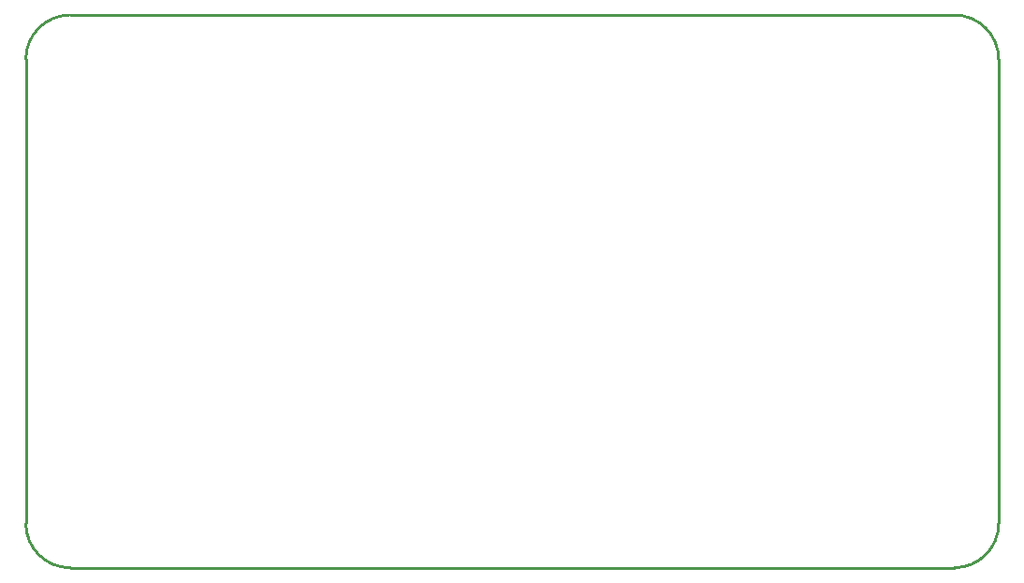
<source format=gko>
G04 Layer: BoardOutlineLayer*
G04 EasyEDA v6.5.44, 2024-08-16 12:26:17*
G04 7e42b9d55ad24638b13205517f627361,2d8cd5a3a09a4cbeba5460295dcbb1e6,10*
G04 Gerber Generator version 0.2*
G04 Scale: 100 percent, Rotated: No, Reflected: No *
G04 Dimensions in millimeters *
G04 leading zeros omitted , absolute positions ,4 integer and 5 decimal *
%FSLAX45Y45*%
%MOMM*%

%ADD10C,0.2540*%
D10*
X0Y-4599990D02*
G01*
X0Y-399999D01*
X8399983Y-4999989D02*
G01*
X399999Y-4999989D01*
X8799982Y-399999D02*
G01*
X8799982Y-4599990D01*
X399999Y0D02*
G01*
X8399983Y0D01*
G75*
G01*
X8399983Y0D02*
G02*
X8799982Y-399999I0J-399999D01*
G75*
G01*
X8799982Y-4599991D02*
G02*
X8399983Y-4999990I-399999J0D01*
G75*
G01*
X399999Y-4999990D02*
G02*
X0Y-4599991I0J399999D01*
G75*
G01*
X0Y-399999D02*
G02*
X399999Y0I399999J0D01*

%LPD*%
M02*

</source>
